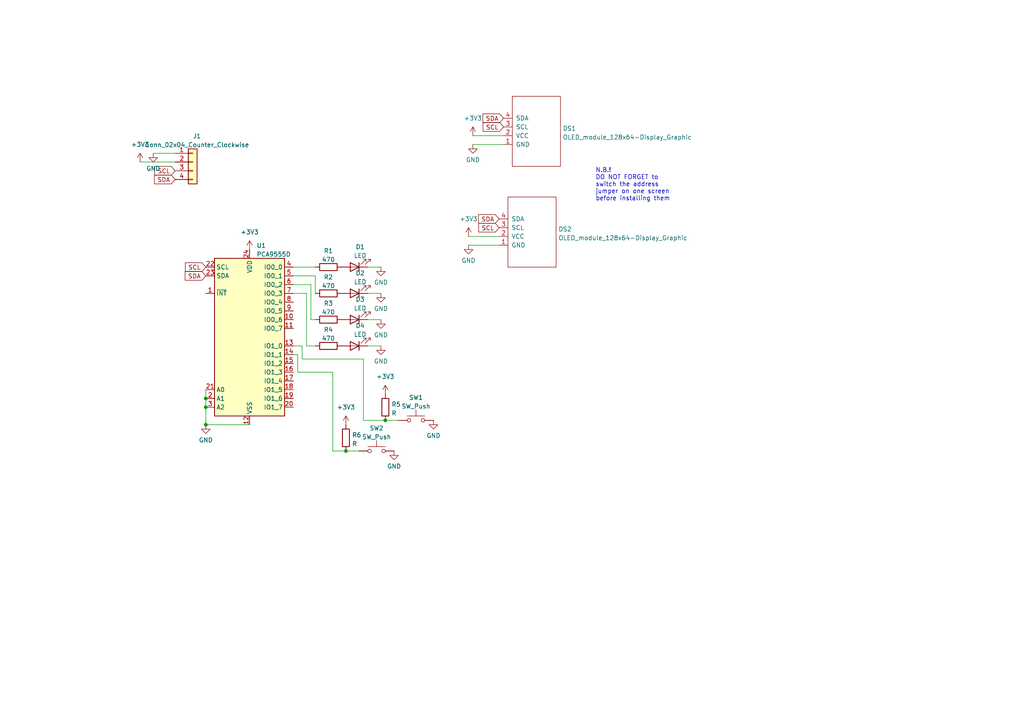
<source format=kicad_sch>
(kicad_sch (version 20211123) (generator eeschema)
  (paper "A4")
  (lib_symbols
    (symbol "Connector_Generic:Conn_01x04" (pin_names (offset 1.016) hide)
      (property "Reference" "J" (at 0 5.08 0))
      (property "Value" "Conn_01x04" (at 0 -7.62 0))
      (symbol "Conn_01x04_1_1"
        (rectangle (start -1.27 -4.953) (end 0 -5.207) (stroke (width 0.1524)))
        (rectangle (start -1.27 -2.413) (end 0 -2.667) (stroke (width 0.1524)))
        (rectangle (start -1.27 0.127) (end 0 -0.127) (stroke (width 0.1524)))
        (rectangle (start -1.27 2.667) (end 0 2.413) (stroke (width 0.1524)))
        (rectangle (start -1.27 3.81) (end 1.27 -6.35) (stroke (width 0.254)) (fill (type background)))
        (pin passive line (at -5.08 2.54 0) (length 3.81) (name "Pin_1") (number "1"))
        (pin passive line (at -5.08 0 0) (length 3.81) (name "Pin_2") (number "2"))
        (pin passive line (at -5.08 -2.54 0) (length 3.81) (name "Pin_3") (number "3"))
        (pin passive line (at -5.08 -5.08 0) (length 3.81) (name "Pin_4") (number "4"))
      )
    )
    (symbol "Device:LED" (pin_numbers hide) (pin_names (offset 1.016) hide)
      (property "Reference" "D" (at 0 2.54 0))
      (property "Value" "LED" (at 0 -2.54 0))
      (symbol "LED_0_1"
        (polyline (pts (xy -1.27 -1.27) (xy -1.27 1.27)) (stroke (width 0.254)))
        (polyline (pts (xy -1.27 0) (xy 1.27 0)))
        (polyline (pts (xy 1.27 -1.27) (xy 1.27 1.27) (xy -1.27 0) (xy 1.27 -1.27)) (stroke (width 0.254)))
        (polyline (pts (xy -3.048 -0.762) (xy -4.572 -2.286) (xy -3.81 -2.286) (xy -4.572 -2.286) (xy -4.572 -1.524)))
        (polyline (pts (xy -1.778 -0.762) (xy -3.302 -2.286) (xy -2.54 -2.286) (xy -3.302 -2.286) (xy -3.302 -1.524)))
      )
      (symbol "LED_1_1"
        (pin passive line (at -3.81 0 0) (length 2.54) (name "K") (number "1"))
        (pin passive line (at 3.81 0 180) (length 2.54) (name "A") (number "2"))
      )
    )
    (symbol "Device:R" (pin_numbers hide) (pin_names (offset 0))
      (property "Reference" "R" (at 2.032 0 90))
      (property "Value" "R" (at 0 0 90))
      (symbol "R_0_1"
        (rectangle (start -1.016 -2.54) (end 1.016 2.54) (stroke (width 0.254)))
      )
      (symbol "R_1_1"
        (pin passive line (at 0 3.81 270) (length 1.27) (name "~") (number "1"))
        (pin passive line (at 0 -3.81 90) (length 1.27) (name "~") (number "2"))
      )
    )
    (symbol "Display_Graphic:OLED_module_128x64-Display_Graphic" (pin_names (offset 1.016))
      (property "Reference" "DS1" (at -1.27 8.89 0))
      (property "Value" "OLED_module_128x64-Display_Graphic" (at -17.78 0 0))
      (symbol "OLED_module_128x64-Display_Graphic_0_1"
        (rectangle (start 10.16 2.54) (end -10.16 16.51))
      )
      (symbol "OLED_module_128x64-Display_Graphic_1_1"
        (pin power_in line (at -3.81 19.05 270) (length 2.54) (name "GND") (number "1"))
        (pin power_in line (at -1.27 19.05 270) (length 2.54) (name "VCC") (number "2"))
        (pin bidirectional line (at 1.27 19.05 270) (length 2.54) (name "SCL") (number "3"))
        (pin bidirectional line (at 3.81 19.05 270) (length 2.54) (name "SDA") (number "4"))
      )
    )
    (symbol "Interface_Expansion:PCA9555D"
      (property "Reference" "U" (at -8.89 24.13 0))
      (property "Value" "PCA9555D" (at 6.35 24.13 0))
      (symbol "PCA9555D_0_1"
        (rectangle (start -10.16 22.86) (end 10.16 -22.86) (stroke (width 0.254)) (fill (type background)))
      )
      (symbol "PCA9555D_1_1"
        (pin open_collector line (at -12.7 12.7 0) (length 2.54) (name "~{INT}") (number "1"))
        (pin bidirectional line (at 12.7 5.08 180) (length 2.54) (name "IO0_6") (number "10"))
        (pin bidirectional line (at 12.7 2.54 180) (length 2.54) (name "IO0_7") (number "11"))
        (pin power_in line (at 0 -25.4 90) (length 2.54) (name "VSS") (number "12"))
        (pin bidirectional line (at 12.7 -2.54 180) (length 2.54) (name "IO1_0") (number "13"))
        (pin bidirectional line (at 12.7 -5.08 180) (length 2.54) (name "IO1_1") (number "14"))
        (pin bidirectional line (at 12.7 -7.62 180) (length 2.54) (name "IO1_2") (number "15"))
        (pin bidirectional line (at 12.7 -10.16 180) (length 2.54) (name "IO1_3") (number "16"))
        (pin bidirectional line (at 12.7 -12.7 180) (length 2.54) (name "IO1_4") (number "17"))
        (pin bidirectional line (at 12.7 -15.24 180) (length 2.54) (name "IO1_5") (number "18"))
        (pin bidirectional line (at 12.7 -17.78 180) (length 2.54) (name "IO1_6") (number "19"))
        (pin input line (at -12.7 -17.78 0) (length 2.54) (name "A1") (number "2"))
        (pin bidirectional line (at 12.7 -20.32 180) (length 2.54) (name "IO1_7") (number "20"))
        (pin input line (at -12.7 -15.24 0) (length 2.54) (name "A0") (number "21"))
        (pin input line (at -12.7 20.32 0) (length 2.54) (name "SCL") (number "22"))
        (pin bidirectional line (at -12.7 17.78 0) (length 2.54) (name "SDA") (number "23"))
        (pin power_in line (at 0 25.4 270) (length 2.54) (name "VDD") (number "24"))
        (pin input line (at -12.7 -20.32 0) (length 2.54) (name "A2") (number "3"))
        (pin bidirectional line (at 12.7 20.32 180) (length 2.54) (name "IO0_0") (number "4"))
        (pin bidirectional line (at 12.7 17.78 180) (length 2.54) (name "IO0_1") (number "5"))
        (pin bidirectional line (at 12.7 15.24 180) (length 2.54) (name "IO0_2") (number "6"))
        (pin bidirectional line (at 12.7 12.7 180) (length 2.54) (name "IO0_3") (number "7"))
        (pin bidirectional line (at 12.7 10.16 180) (length 2.54) (name "IO0_4") (number "8"))
        (pin bidirectional line (at 12.7 7.62 180) (length 2.54) (name "IO0_5") (number "9"))
      )
    )
    (symbol "Switch:SW_Push" (pin_numbers hide) (pin_names (offset 1.016) hide)
      (property "Reference" "SW" (at 1.27 2.54 0))
      (property "Value" "SW_Push" (at 0 -1.524 0))
      (symbol "SW_Push_0_1"
        (circle (center -2.032 0) (radius 0.508))
        (polyline (pts (xy 0 1.27) (xy 0 3.048)))
        (polyline (pts (xy 2.54 1.27) (xy -2.54 1.27)))
        (circle (center 2.032 0) (radius 0.508))
        (pin passive line (at -5.08 0 0) (length 2.54) (name "1") (number "1"))
        (pin passive line (at 5.08 0 180) (length 2.54) (name "2") (number "2"))
      )
    )
    (symbol "power:+3V3" (power) (pin_names (offset 0))
      (property "Value" "+3V3" (at 0 3.556 0))
      (symbol "+3V3_0_1"
        (polyline (pts (xy -0.762 1.27) (xy 0 2.54)))
        (polyline (pts (xy 0 0) (xy 0 2.54)))
        (polyline (pts (xy 0 2.54) (xy 0.762 1.27)))
      )
      (symbol "+3V3_1_1"
        (pin power_in line (at 0 0 90) (length 0) hide (name "+3V3") (number "1"))
      )
    )
    (symbol "power:GND" (power) (pin_names (offset 0))
      (property "Value" "GND" (at 0 -3.81 0))
      (symbol "GND_0_1"
        (polyline (pts (xy 0 0) (xy 0 -1.27) (xy 1.27 -1.27) (xy 0 -2.54) (xy -1.27 -1.27) (xy 0 -1.27)))
      )
      (symbol "GND_1_1"
        (pin power_in line (at 0 0 270) (length 0) hide (name "GND") (number "1"))
      )
    )
  )
  (junction (at 59.69 115.57))
  (junction (at 59.69 123.19))
  (junction (at 111.76 121.92))
  (junction (at 100.33 130.81))
  (junction (at 59.69 118.11))
  (wire (pts (xy 137.16 39.37) (xy 146.05 39.37)))
  (wire (pts (xy 88.9 85.09) (xy 88.9 100.33)))
  (wire (pts (xy 90.17 82.55) (xy 90.17 92.71)))
  (wire (pts (xy 91.44 80.01) (xy 91.44 85.09)))
  (wire (pts (xy 85.09 82.55) (xy 90.17 82.55)))
  (wire (pts (xy 85.09 77.47) (xy 91.44 77.47)))
  (wire (pts (xy 59.69 115.57) (xy 59.69 118.11)))
  (wire (pts (xy 85.09 85.09) (xy 88.9 85.09)))
  (wire (pts (xy 111.76 121.92) (xy 105.41 121.92)))
  (wire (pts (xy 110.49 77.47) (xy 106.68 77.47)))
  (wire (pts (xy 87.63 100.33) (xy 85.09 100.33)))
  (wire (pts (xy 135.89 68.58) (xy 144.78 68.58)))
  (wire (pts (xy 96.52 107.95) (xy 96.52 130.81)))
  (wire (pts (xy 86.36 107.95) (xy 96.52 107.95)))
  (wire (pts (xy 110.49 100.33) (xy 106.68 100.33)))
  (wire (pts (xy 59.69 118.11) (xy 59.69 123.19)))
  (wire (pts (xy 104.14 130.81) (xy 100.33 130.81)))
  (wire (pts (xy 59.69 123.19) (xy 72.39 123.19)))
  (wire (pts (xy 88.9 100.33) (xy 91.44 100.33)))
  (wire (pts (xy 96.52 130.81) (xy 100.33 130.81)))
  (wire (pts (xy 59.69 113.03) (xy 59.69 115.57)))
  (wire (pts (xy 110.49 85.09) (xy 106.68 85.09)))
  (wire (pts (xy 137.16 41.91) (xy 146.05 41.91)))
  (wire (pts (xy 115.57 121.92) (xy 111.76 121.92)))
  (wire (pts (xy 90.17 92.71) (xy 91.44 92.71)))
  (wire (pts (xy 87.63 104.14) (xy 87.63 100.33)))
  (wire (pts (xy 135.89 71.12) (xy 144.78 71.12)))
  (wire (pts (xy 40.64 46.99) (xy 50.8 46.99)))
  (wire (pts (xy 110.49 92.71) (xy 106.68 92.71)))
  (wire (pts (xy 105.41 121.92) (xy 105.41 104.14)))
  (wire (pts (xy 85.09 80.01) (xy 91.44 80.01)))
  (wire (pts (xy 86.36 102.87) (xy 86.36 107.95)))
  (wire (pts (xy 44.45 44.45) (xy 50.8 44.45)))
  (wire (pts (xy 85.09 102.87) (xy 86.36 102.87)))
  (wire (pts (xy 105.41 104.14) (xy 87.63 104.14)))
  (text "N.B.!\nDO NOT FORGET to\nswitch the address\njumper on one screen\nbefore installing them" (at 172.72 58.42 0) (effects (font (size 1.27 1.27)) (justify left bottom)))
  (global_label "SCL" (shape input) (at 144.78 66.04 180) (property "Intersheet References" "${INTERSHEET_REFS}" (effects hide)))
  (global_label "SCL" (shape input) (at 59.69 77.47 180) (property "Intersheet References" "${INTERSHEET_REFS}" (effects hide)))
  (global_label "SDA" (shape input) (at 59.69 80.01 180) (property "Intersheet References" "${INTERSHEET_REFS}" (effects hide)))
  (global_label "SDA" (shape input) (at 144.78 63.5 180) (property "Intersheet References" "${INTERSHEET_REFS}" (effects hide)))
  (global_label "SDA" (shape input) (at 146.05 34.29 180) (property "Intersheet References" "${INTERSHEET_REFS}" (effects hide)))
  (global_label "SDA" (shape input) (at 50.8 52.07 180) (property "Intersheet References" "${INTERSHEET_REFS}" (effects hide)))
  (global_label "SCL" (shape input) (at 50.8 49.53 180) (property "Intersheet References" "${INTERSHEET_REFS}" (effects hide)))
  (global_label "SCL" (shape input) (at 146.05 36.83 180) (property "Intersheet References" "${INTERSHEET_REFS}" (effects hide)))
  (symbol (lib_id "Device:LED") (at 102.87 77.47 180) (unit 1)
    (property "Reference" "D1" (at 104.4575 71.6112 0))
    (property "Value" "LED" (at 104.4575 74.1481 0))
    (property "Footprint" "LED_THT:LED_D5.0mm" (effects hide))
  )
  (symbol (lib_id "power:GND") (at 137.16 41.91 0) (unit 1)
    (property "Reference" "#PWR02" (effects hide))
    (property "Value" "GND" (at 137.16 46.3534 0))
  )
  (symbol (lib_id "power:GND") (at 110.49 100.33 0) (unit 1)
    (property "Reference" "#PWR011" (effects hide))
    (property "Value" "GND" (at 110.49 104.7734 0))
  )
  (symbol (lib_id "Device:R") (at 95.25 92.71 90) (unit 1)
    (property "Reference" "R3" (at 95.25 87.9942 90))
    (property "Value" "470" (at 95.25 90.5311 90))
    (property "Footprint" "Resistor_THT:R_Axial_DIN0207_L6.3mm_D2.5mm_P7.62mm_Horizontal" (effects hide))
  )
  (symbol (lib_id "Switch:SW_Push") (at 109.22 130.81 0) (unit 1)
    (property "Reference" "SW2" (at 109.22 124.1892 0))
    (property "Value" "SW_Push" (at 109.22 126.7261 0))
    (property "Footprint" "Button_Switch_THT:SW_PUSH_6mm_2pin" (effects hide))
  )
  (symbol (lib_id "Device:LED") (at 102.87 92.71 180) (unit 1)
    (property "Reference" "D3" (at 104.4575 86.8512 0))
    (property "Value" "LED" (at 104.4575 89.3881 0))
    (property "Footprint" "LED_THT:LED_D5.0mm" (effects hide))
  )
  (symbol (lib_id "power:GND") (at 114.3 130.81 0) (unit 1)
    (property "Reference" "#PWR016" (effects hide))
    (property "Value" "GND" (at 114.3 135.2534 0))
  )
  (symbol (lib_id "Device:R") (at 100.33 127 180) (unit 1)
    (property "Reference" "R6" (at 102.108 126.1653 0) (effects (justify right)))
    (property "Value" "R" (at 102.108 128.7022 0) (effects (justify right)))
    (property "Footprint" "Resistor_THT:R_Axial_DIN0207_L6.3mm_D2.5mm_P7.62mm_Horizontal" (effects hide))
  )
  (symbol (lib_id "power:GND") (at 110.49 92.71 0) (unit 1)
    (property "Reference" "#PWR010" (effects hide))
    (property "Value" "GND" (at 110.49 97.1534 0))
  )
  (symbol (lib_id "Interface_Expansion:PCA9555D") (at 72.39 97.79 0) (unit 1)
    (property "Reference" "U1" (at 74.4094 71.2302 0) (effects (justify left)))
    (property "Value" "PCA9555D" (at 74.4094 73.7671 0) (effects (justify left)))
    (property "Footprint" "Package_SO:SOIC-24W_7.5x15.4mm_P1.27mm" (effects hide))
    (property "Datasheet" "https://www.nxp.com/docs/en/data-sheet/PCA9555.pdf" (effects hide))
  )
  (symbol (lib_id "power:+3V3") (at 72.39 72.39 0) (unit 1)
    (property "Reference" "#PWR0103" (effects hide))
    (property "Value" "+3V3" (at 72.39 67.31 0))
  )
  (symbol (lib_id "power:GND") (at 59.69 123.19 0) (unit 1)
    (property "Reference" "#PWR014" (effects hide))
    (property "Value" "GND" (at 59.69 127.6334 0))
  )
  (symbol (lib_id "power:+3V3") (at 135.89 68.58 0) (unit 1)
    (property "Reference" "#PWR0101" (effects hide))
    (property "Value" "+3V3" (at 135.89 63.5 0))
  )
  (symbol (lib_id "Switch:SW_Push") (at 120.65 121.92 0) (unit 1)
    (property "Reference" "SW1" (at 120.65 115.2992 0))
    (property "Value" "SW_Push" (at 120.65 117.8361 0))
    (property "Footprint" "Button_Switch_THT:SW_PUSH_6mm_2pin" (effects hide))
  )
  (symbol (lib_id "power:+3V3") (at 137.16 39.37 0) (unit 1)
    (property "Reference" "#PWR0104" (effects hide))
    (property "Value" "+3V3" (at 137.16 34.29 0))
  )
  (symbol (lib_id "power:GND") (at 135.89 71.12 0) (unit 1)
    (property "Reference" "#PWR06" (effects hide))
    (property "Value" "GND" (at 135.89 75.5634 0))
  )
  (symbol (lib_id "Device:R") (at 95.25 100.33 90) (unit 1)
    (property "Reference" "R4" (at 95.25 95.6142 90))
    (property "Value" "470" (at 95.25 98.1511 90))
    (property "Footprint" "Resistor_THT:R_Axial_DIN0207_L6.3mm_D2.5mm_P7.62mm_Horizontal" (effects hide))
  )
  (symbol (lib_id "Display_Graphic:OLED_module_128x64-Display_Graphic") (at 163.83 67.31 90) (unit 1)
    (property "Reference" "DS2" (at 161.925 66.4753 90) (effects (justify right)))
    (property "Value" "OLED_module_128x64-Display_Graphic" (at 161.925 69.0122 90) (effects (justify right)))
    (property "Footprint" "Display:OLED__module_128x64" (effects hide))
  )
  (symbol (lib_id "Device:R") (at 95.25 77.47 90) (unit 1)
    (property "Reference" "R1" (at 95.25 72.7542 90))
    (property "Value" "470" (at 95.25 75.2911 90))
    (property "Footprint" "Resistor_THT:R_Axial_DIN0207_L6.3mm_D2.5mm_P7.62mm_Horizontal" (effects hide))
  )
  (symbol (lib_id "power:GND") (at 44.45 44.45 0) (unit 1)
    (property "Reference" "#PWR04" (effects hide))
    (property "Value" "GND" (at 44.45 48.8934 0))
  )
  (symbol (lib_id "power:GND") (at 110.49 77.47 0) (unit 1)
    (property "Reference" "#PWR08" (effects hide))
    (property "Value" "GND" (at 110.49 81.9134 0))
  )
  (symbol (lib_id "Device:LED") (at 102.87 85.09 180) (unit 1)
    (property "Reference" "D2" (at 104.4575 79.2312 0))
    (property "Value" "LED" (at 104.4575 81.7681 0))
    (property "Footprint" "LED_THT:LED_D5.0mm" (effects hide))
  )
  (symbol (lib_id "power:+3V3") (at 40.64 46.99 0) (unit 1)
    (property "Reference" "#PWR0102" (effects hide))
    (property "Value" "+3V3" (at 40.64 41.91 0))
  )
  (symbol (lib_id "Connector_Generic:Conn_01x04") (at 55.88 46.99 0) (unit 1)
    (property "Reference" "J1" (at 57.15 39.4802 0))
    (property "Value" "Conn_02x04_Counter_Clockwise" (at 57.15 42.0171 0))
    (property "Footprint" "Connector_PinHeader_2.54mm:PinHeader_1x04_P2.54mm_Vertical" (effects hide))
  )
  (symbol (lib_id "power:GND") (at 110.49 85.09 0) (unit 1)
    (property "Reference" "#PWR09" (effects hide))
    (property "Value" "GND" (at 110.49 89.5334 0))
  )
  (symbol (lib_id "power:+3V3") (at 111.76 114.3 0) (unit 1)
    (property "Reference" "#PWR?" (effects hide))
    (property "Value" "+3V3" (at 111.76 109.22 0))
  )
  (symbol (lib_id "power:GND") (at 125.73 121.92 0) (unit 1)
    (property "Reference" "#PWR013" (effects hide))
    (property "Value" "GND" (at 125.73 126.3634 0))
  )
  (symbol (lib_id "Device:R") (at 95.25 85.09 90) (unit 1)
    (property "Reference" "R2" (at 95.25 80.3742 90))
    (property "Value" "470" (at 95.25 82.9111 90))
    (property "Footprint" "Resistor_THT:R_Axial_DIN0207_L6.3mm_D2.5mm_P7.62mm_Horizontal" (effects hide))
  )
  (symbol (lib_id "Device:LED") (at 102.87 100.33 180) (unit 1)
    (property "Reference" "D4" (at 104.4575 94.4712 0))
    (property "Value" "LED" (at 104.4575 97.0081 0))
    (property "Footprint" "LED_THT:LED_D5.0mm" (effects hide))
  )
  (symbol (lib_id "power:+3V3") (at 100.33 123.19 0) (unit 1)
    (property "Reference" "#PWR?" (effects hide))
    (property "Value" "+3V3" (at 100.33 118.11 0))
  )
  (symbol (lib_id "Device:R") (at 111.76 118.11 180) (unit 1)
    (property "Reference" "R5" (at 113.538 117.2753 0) (effects (justify right)))
    (property "Value" "R" (at 113.538 119.8122 0) (effects (justify right)))
    (property "Footprint" "Resistor_THT:R_Axial_DIN0207_L6.3mm_D2.5mm_P7.62mm_Horizontal" (effects hide))
  )
  (symbol (lib_id "Display_Graphic:OLED_module_128x64-Display_Graphic") (at 165.1 38.1 90) (unit 1)
    (property "Reference" "DS1" (at 163.195 37.2653 90) (effects (justify right)))
    (property "Value" "OLED_module_128x64-Display_Graphic" (at 163.195 39.8022 90) (effects (justify right)))
    (property "Footprint" "Display:OLED__module_128x64" (effects hide))
  )
)
</source>
